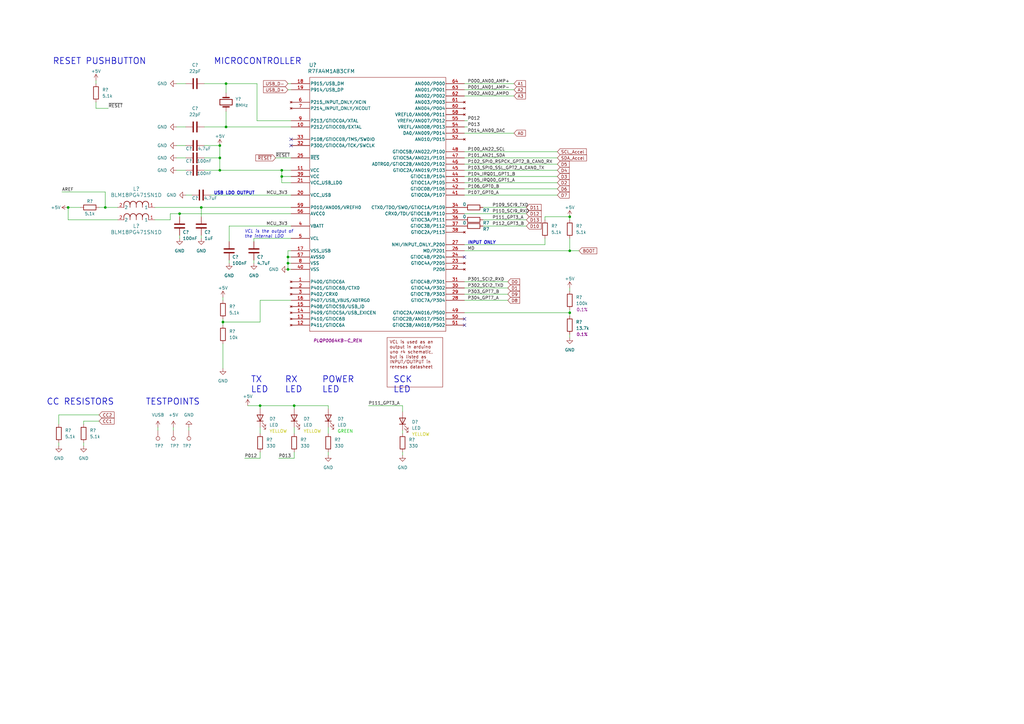
<source format=kicad_sch>
(kicad_sch (version 20230121) (generator eeschema)
  (paper "A3")
  (lib_symbols
    (symbol "BLM18PG471SN1D:BLM18PG471SN1D" (pin_names (offset 0.254))
      (property "Reference" "L" (at 6.985 5.08 0))
      (property "Value" "BLM18PG471SN1D" (at 6.985 -2.54 0))
      (symbol "BLM18PG471SN1D_1_1"
        (polyline (pts (xy 2.54 0) (xy 2.54 1.27)) (stroke (width 0.2032)))
        (polyline (pts (xy 5.08 0) (xy 5.08 1.27)) (stroke (width 0.2032)))
        (polyline (pts (xy 7.62 0) (xy 7.62 1.27)) (stroke (width 0.2032)))
        (polyline (pts (xy 10.16 0) (xy 10.16 1.27)) (stroke (width 0.2032)))
        (polyline (pts (xy 12.7 0) (xy 12.7 1.27)) (stroke (width 0.2032)))
        (arc (start 5.08 1.27) (mid 3.81 2.5345) (end 2.54 1.27) (stroke (width 0.254)))
        (arc (start 7.62 1.27) (mid 6.35 2.5345) (end 5.08 1.27) (stroke (width 0.254)))
        (arc (start 10.16 1.27) (mid 8.89 2.5345) (end 7.62 1.27) (stroke (width 0.254)))
        (arc (start 12.7 1.27) (mid 11.43 2.5345) (end 10.16 1.27) (stroke (width 0.254)))
        (pin unspecified line (at 15.24 0 180) (length 2.54) (name "1") (number "1"))
        (pin unspecified line (at 0 0 0) (length 2.54) (name "2") (number "2"))
      )
      (symbol "BLM18PG471SN1D_1_2"
        (arc (start -1.27 5.08) (mid -2.5345 3.81) (end -1.27 2.54) (stroke (width 0.254)))
        (arc (start -1.27 7.62) (mid -2.5345 6.35) (end -1.27 5.08) (stroke (width 0.254)))
        (arc (start -1.27 10.16) (mid -2.5345 8.89) (end -1.27 7.62) (stroke (width 0.254)))
        (arc (start -1.27 12.7) (mid -2.5345 11.43) (end -1.27 10.16) (stroke (width 0.254)))
        (polyline (pts (xy 0 2.54) (xy -1.27 2.54)) (stroke (width 0.2032)))
        (polyline (pts (xy 0 5.08) (xy -1.27 5.08)) (stroke (width 0.2032)))
        (polyline (pts (xy 0 7.62) (xy -1.27 7.62)) (stroke (width 0.2032)))
        (polyline (pts (xy 0 10.16) (xy -1.27 10.16)) (stroke (width 0.2032)))
        (polyline (pts (xy 0 12.7) (xy -1.27 12.7)) (stroke (width 0.2032)))
        (pin unspecified line (at 0 15.24 270) (length 2.54) (name "1") (number "1"))
        (pin unspecified line (at 0 0 90) (length 2.54) (name "2") (number "2"))
      )
    )
    (symbol "Connector:TestPoint" (pin_numbers hide) (pin_names (offset 0.762) hide)
      (property "Reference" "TP" (at 0 6.858 0))
      (property "Value" "TestPoint" (at 0 5.08 0))
      (symbol "TestPoint_0_1"
        (circle (center 0 3.302) (radius 0.762))
      )
      (symbol "TestPoint_1_1"
        (pin passive line (at 0 0 90) (length 2.54) (name "1") (number "1"))
      )
    )
    (symbol "Device:C" (pin_numbers hide) (pin_names (offset 0.254))
      (property "Reference" "C" (at 0.635 2.54 0))
      (property "Value" "C" (at 0.635 -2.54 0))
      (symbol "C_0_1"
        (polyline (pts (xy -2.032 -0.762) (xy 2.032 -0.762)) (stroke (width 0.508)))
        (polyline (pts (xy -2.032 0.762) (xy 2.032 0.762)) (stroke (width 0.508)))
      )
      (symbol "C_1_1"
        (pin passive line (at 0 3.81 270) (length 2.794) (name "~") (number "1"))
        (pin passive line (at 0 -3.81 90) (length 2.794) (name "~") (number "2"))
      )
    )
    (symbol "Device:Crystal" (pin_numbers hide) (pin_names (offset 1.016) hide)
      (property "Reference" "Y" (at 0 3.81 0))
      (property "Value" "Crystal" (at 0 -3.81 0))
      (symbol "Crystal_0_1"
        (rectangle (start -1.143 2.54) (end 1.143 -2.54) (stroke (width 0.3048)))
        (polyline (pts (xy -2.54 0) (xy -1.905 0)))
        (polyline (pts (xy -1.905 -1.27) (xy -1.905 1.27)) (stroke (width 0.508)))
        (polyline (pts (xy 1.905 -1.27) (xy 1.905 1.27)) (stroke (width 0.508)))
        (polyline (pts (xy 2.54 0) (xy 1.905 0)))
      )
      (symbol "Crystal_1_1"
        (pin passive line (at -3.81 0 0) (length 1.27) (name "1") (number "1"))
        (pin passive line (at 3.81 0 180) (length 1.27) (name "2") (number "2"))
      )
    )
    (symbol "Device:LED" (pin_numbers hide) (pin_names (offset 1.016) hide)
      (property "Reference" "D" (at 0 2.54 0))
      (property "Value" "LED" (at 0 -2.54 0))
      (symbol "LED_0_1"
        (polyline (pts (xy -1.27 -1.27) (xy -1.27 1.27)) (stroke (width 0.254)))
        (polyline (pts (xy -1.27 0) (xy 1.27 0)))
        (polyline (pts (xy 1.27 -1.27) (xy 1.27 1.27) (xy -1.27 0) (xy 1.27 -1.27)) (stroke (width 0.254)))
        (polyline (pts (xy -3.048 -0.762) (xy -4.572 -2.286) (xy -3.81 -2.286) (xy -4.572 -2.286) (xy -4.572 -1.524)))
        (polyline (pts (xy -1.778 -0.762) (xy -3.302 -2.286) (xy -2.54 -2.286) (xy -3.302 -2.286) (xy -3.302 -1.524)))
      )
      (symbol "LED_1_1"
        (pin passive line (at -3.81 0 0) (length 2.54) (name "K") (number "1"))
        (pin passive line (at 3.81 0 180) (length 2.54) (name "A") (number "2"))
      )
    )
    (symbol "Device:R" (pin_numbers hide) (pin_names (offset 0))
      (property "Reference" "R" (at 2.032 0 90))
      (property "Value" "R" (at 0 0 90))
      (symbol "R_0_1"
        (rectangle (start -1.016 -2.54) (end 1.016 2.54) (stroke (width 0.254)))
      )
      (symbol "R_1_1"
        (pin passive line (at 0 3.81 270) (length 1.27) (name "~") (number "1"))
        (pin passive line (at 0 -3.81 90) (length 1.27) (name "~") (number "2"))
      )
    )
    (symbol "R7FA4M1AB3CFM:R7FA4M1AB3CFM" (pin_names (offset 0.254))
      (property "Reference" "U?" (at -24.13 -19.05 0))
      (property "Value" "R7FA4M1AB3CFM" (at -16.51 -21.59 0))
      (symbol "R7FA4M1AB3CFM_0_0"
        (text_box "VCL is used as an output in arduino uno r4 schematic, but is listed as INPUT/OUTPUT in renesas datasheet" (at 5.08 -129.54 0) (size 22.86 -20.32) (effects (font (size 1.27 1.27)) (justify left top)))
      )
      (symbol "R7FA4M1AB3CFM_0_1"
        (pin power_in line (at -34.29 -60.96 0) (length 7.62) (name "VCC") (number "11"))
        (pin power_in line (at -34.29 -93.98 0) (length 7.62) (name "VSS_USB") (number "17"))
        (pin bidirectional line (at -34.29 -25.4 0) (length 7.62) (name "P915/USB_DM") (number "18"))
        (pin bidirectional line (at -34.29 -27.94 0) (length 7.62) (name "P914/USB_DP") (number "19"))
        (pin power_in line (at -34.29 -71.12 0) (length 7.62) (name "VCC_USB") (number "20"))
        (pin power_in line (at -34.29 -66.04 0) (length 7.62) (name "VCC_USB_LDO") (number "21"))
        (pin power_in line (at -34.29 -83.82 0) (length 7.62) (name "VBATT") (number "4"))
        (pin power_out line (at -34.29 -88.9 0) (length 7.62) (name "VCL") (number "5"))
        (pin power_in line (at -34.29 -99.06 0) (length 7.62) (name "VSS") (number "8"))
      )
      (symbol "R7FA4M1AB3CFM_1_1"
        (rectangle (start -26.67 -22.86) (end 29.21 -127))
        (pin no_connect line (at -34.29 -106.68 0) (length 7.62) (name "P400/GTIOC6A") (number "1"))
        (pin bidirectional line (at -34.29 -43.18 0) (length 7.62) (name "P212/GTIOC0B/EXTAL") (number "10"))
        (pin no_connect line (at -34.29 -124.46 0) (length 7.62) (name "P411/GTIOC6A") (number "12"))
        (pin no_connect line (at -34.29 -121.92 0) (length 7.62) (name "P410/GTIOC6B") (number "13"))
        (pin no_connect line (at -34.29 -119.38 0) (length 7.62) (name "P409/GTIOC5A/USB_EXICEN") (number "14"))
        (pin no_connect line (at -34.29 -116.84 0) (length 7.62) (name "P408/GTIOC5B/USB_ID") (number "15"))
        (pin bidirectional line (at -34.29 -114.3 0) (length 7.62) (name "P407/USB_VBUS/ADTRG0") (number "16"))
        (pin no_connect line (at -34.29 -109.22 0) (length 7.62) (name "P401/GTIOC6B/CTX0") (number "2"))
        (pin no_connect line (at 36.83 -101.6 180) (length 7.62) (name "P206") (number "22"))
        (pin no_connect line (at 36.83 -99.06 180) (length 7.62) (name "GTIOC4A/P205") (number "23"))
        (pin bidirectional line (at 36.83 -96.52 180) (length 7.62) (name "GTIOC4B/P204") (number "24"))
        (pin input line (at -34.29 -55.88 0) (length 7.62) (name "~{RES}") (number "25"))
        (pin bidirectional line (at 36.83 -93.98 180) (length 7.62) (name "MD/P201") (number "26"))
        (pin input line (at 36.83 -91.44 180) (length 7.62) (name "NMI/INPUT_ONLY_P200") (number "27"))
        (pin bidirectional line (at 36.83 -114.3 180) (length 7.62) (name "GTIOC7A/P304") (number "28"))
        (pin bidirectional line (at 36.83 -111.76 180) (length 7.62) (name "GTIOC7B/P303") (number "29"))
        (pin no_connect line (at -34.29 -111.76 0) (length 7.62) (name "P402/CRX0") (number "3"))
        (pin bidirectional line (at 36.83 -109.22 180) (length 7.62) (name "GTIOC4A/P302") (number "30"))
        (pin bidirectional line (at 36.83 -106.68 180) (length 7.62) (name "GTIOC4B/P301") (number "31"))
        (pin bidirectional line (at -34.29 -50.8 0) (length 7.62) (name "P300/GTIOC0A/TCK/SWCLK") (number "32"))
        (pin bidirectional line (at -34.29 -48.26 0) (length 7.62) (name "P108/GTIOC0B/TMS/SWDIO") (number "33"))
        (pin bidirectional line (at 36.83 -76.2 180) (length 7.62) (name "CTX0/TDO/SWO/GTIOC1A/P109") (number "34"))
        (pin bidirectional line (at 36.83 -78.74 180) (length 7.62) (name "CRX0/TDI/GTIOC1B/P110") (number "35"))
        (pin bidirectional line (at 36.83 -81.28 180) (length 7.62) (name "GTIOC3A/P111") (number "36"))
        (pin bidirectional line (at 36.83 -83.82 180) (length 7.62) (name "GTIOC3B/P112") (number "37"))
        (pin no_connect line (at 36.83 -86.36 180) (length 7.62) (name "GTIOC2A/P113") (number "38"))
        (pin power_in line (at -34.29 -63.5 0) (length 7.62) (name "VCC") (number "39"))
        (pin power_in line (at -34.29 -101.6 0) (length 7.62) (name "VSS") (number "40"))
        (pin bidirectional line (at 36.83 -71.12 180) (length 7.62) (name "GTIOC0A/P107") (number "41"))
        (pin bidirectional line (at 36.83 -68.58 180) (length 7.62) (name "GTIOC0B/P106") (number "42"))
        (pin bidirectional line (at 36.83 -66.04 180) (length 7.62) (name "GTIOC1A/P105") (number "43"))
        (pin bidirectional line (at 36.83 -63.5 180) (length 7.62) (name "GTIOC1B/P104") (number "44"))
        (pin bidirectional line (at 36.83 -60.96 180) (length 7.62) (name "GTIOC2A/AN019/P103") (number "45"))
        (pin bidirectional line (at 36.83 -58.42 180) (length 7.62) (name "ADTRG0/GTIOC2B/AN020/P102") (number "46"))
        (pin bidirectional line (at 36.83 -55.88 180) (length 7.62) (name "GTIOC5A/AN021/P101") (number "47"))
        (pin bidirectional line (at 36.83 -53.34 180) (length 7.62) (name "GTIOC5B/AN022/P100") (number "48"))
        (pin bidirectional line (at 36.83 -119.38 180) (length 7.62) (name "GTIOC2A/AN016/P500") (number "49"))
        (pin bidirectional line (at 36.83 -121.92 180) (length 7.62) (name "GTIOC2B/AN017/P501") (number "50"))
        (pin bidirectional line (at 36.83 -124.46 180) (length 7.62) (name "GTIOC3B/AN018/P502") (number "51"))
        (pin no_connect line (at 36.83 -48.26 180) (length 7.62) (name "AN010/P015") (number "52"))
        (pin bidirectional line (at 36.83 -45.72 180) (length 7.62) (name "DA0/AN009/P014") (number "53"))
        (pin bidirectional line (at 36.83 -43.18 180) (length 7.62) (name "VREFL/AN008/P013") (number "54"))
        (pin bidirectional line (at 36.83 -40.64 180) (length 7.62) (name "VREFH/AN007/P012") (number "55"))
        (pin power_in line (at -34.29 -78.74 0) (length 7.62) (name "AVCC0") (number "56"))
        (pin power_in line (at -34.29 -96.52 0) (length 7.62) (name "AVSS0") (number "57"))
        (pin no_connect line (at 36.83 -38.1 180) (length 7.62) (name "VREFL0/AN006/P011") (number "58"))
        (pin bidirectional line (at -34.29 -76.2 0) (length 7.62) (name "P010/AN005/VREFH0") (number "59"))
        (pin no_connect line (at -34.29 -33.02 0) (length 7.62) (name "P215_INPUT_ONLY/XCIN") (number "6"))
        (pin no_connect line (at 36.83 -35.56 180) (length 7.62) (name "AN004/P004") (number "60"))
        (pin no_connect line (at 36.83 -33.02 180) (length 7.62) (name "AN003/P003") (number "61"))
        (pin bidirectional line (at 36.83 -30.48 180) (length 7.62) (name "AN002/P002") (number "62"))
        (pin bidirectional line (at 36.83 -27.94 180) (length 7.62) (name "AN001/P001") (number "63"))
        (pin bidirectional line (at 36.83 -25.4 180) (length 7.62) (name "AN000/P000") (number "64"))
        (pin no_connect line (at -34.29 -35.56 0) (length 7.62) (name "P214_INPUT_ONLY/XCOUT") (number "7"))
        (pin bidirectional line (at -34.29 -40.64 0) (length 7.62) (name "P213/GTIOC0A/XTAL") (number "9"))
      )
    )
    (symbol "VUSB:VUSB" (power) (in_bom no) (on_board no)
      (property "Value" "VUSB" (at 6.35 -1.27 0))
      (symbol "VUSB_0_1"
        (polyline (pts (xy 5.588 -5.08) (xy 6.35 -3.81)))
        (polyline (pts (xy 6.35 -6.35) (xy 6.35 -3.81)))
        (polyline (pts (xy 6.35 -3.81) (xy 7.112 -5.08)))
      )
      (symbol "VUSB_1_1"
        (pin power_in line (at 6.35 -6.35 90) (length 0) hide (name "VUSB") (number "1"))
      )
    )
    (symbol "power:+5V" (power) (pin_names (offset 0))
      (property "Value" "+5V" (at 0 3.556 0))
      (symbol "+5V_0_1"
        (polyline (pts (xy -0.762 1.27) (xy 0 2.54)))
        (polyline (pts (xy 0 0) (xy 0 2.54)))
        (polyline (pts (xy 0 2.54) (xy 0.762 1.27)))
      )
      (symbol "+5V_1_1"
        (pin power_in line (at 0 0 90) (length 0) hide (name "+5V") (number "1"))
      )
    )
    (symbol "power:GND" (power) (pin_names (offset 0))
      (property "Value" "GND" (at 0 -3.81 0))
      (symbol "GND_0_1"
        (polyline (pts (xy 0 0) (xy 0 -1.27) (xy 1.27 -1.27) (xy 0 -2.54) (xy -1.27 -1.27) (xy 0 -1.27)))
      )
      (symbol "GND_1_1"
        (pin power_in line (at 0 0 270) (length 0) hide (name "GND") (number "1"))
      )
    )
  )
  (junction (at 115.57 72.39))
  (junction (at 82.55 85.09))
  (junction (at 73.66 87.63))
  (junction (at 90.17 64.77))
  (junction (at 233.68 102.87))
  (junction (at 27.94 85.09))
  (junction (at 118.11 110.49))
  (junction (at 90.17 59.69))
  (junction (at 118.11 107.95))
  (junction (at 92.71 52.07))
  (junction (at 120.65 166.37))
  (junction (at 90.17 69.85))
  (junction (at 233.68 88.9))
  (junction (at 106.68 166.37))
  (junction (at 118.11 105.41))
  (junction (at 91.44 132.08))
  (junction (at 43.18 85.09))
  (junction (at 115.57 69.85))
  (junction (at 92.71 34.29))
  (junction (at 233.68 128.27))
  (no_connect (at 190.5 105.41))
  (no_connect (at 190.5 133.35))
  (no_connect (at 119.38 59.69))
  (no_connect (at 190.5 130.81))
  (no_connect (at 119.38 57.15))
  (wire (pts (xy 190.5 54.61) (xy 210.82 54.61)))
  (wire (pts (xy 190.5 49.53) (xy 191.77 49.53)))
  (wire (pts (xy 106.68 175.26) (xy 106.68 177.8)))
  (wire (pts (xy 106.68 185.42) (xy 106.68 187.96)))
  (wire (pts (xy 190.5 77.47) (xy 228.6 77.47)))
  (wire (pts (xy 118.11 107.95) (xy 119.38 107.95)))
  (wire (pts (xy 118.11 34.29) (xy 119.38 34.29)))
  (wire (pts (xy 91.44 133.35) (xy 91.44 132.08)))
  (wire (pts (xy 71.12 175.26) (xy 71.12 176.53)))
  (wire (pts (xy 190.5 120.65) (xy 208.28 120.65)))
  (wire (pts (xy 92.71 38.1) (xy 92.71 34.29)))
  (wire (pts (xy 119.38 87.63) (xy 73.66 87.63)))
  (wire (pts (xy 190.5 36.83) (xy 210.82 36.83)))
  (wire (pts (xy 93.98 92.71) (xy 93.98 99.06)))
  (wire (pts (xy 27.94 85.09) (xy 33.02 85.09)))
  (wire (pts (xy 39.37 41.91) (xy 39.37 44.45)))
  (wire (pts (xy 73.66 87.63) (xy 69.85 87.63)))
  (wire (pts (xy 118.11 36.83) (xy 119.38 36.83)))
  (wire (pts (xy 190.5 69.85) (xy 228.6 69.85)))
  (wire (pts (xy 190.5 100.33) (xy 223.52 100.33)))
  (wire (pts (xy 190.5 115.57) (xy 208.28 115.57)))
  (wire (pts (xy 82.55 85.09) (xy 119.38 85.09)))
  (wire (pts (xy 233.68 137.16) (xy 233.68 138.43)))
  (wire (pts (xy 106.68 166.37) (xy 120.65 166.37)))
  (wire (pts (xy 82.55 88.9) (xy 82.55 85.09)))
  (wire (pts (xy 40.64 85.09) (xy 43.18 85.09)))
  (wire (pts (xy 90.17 69.85) (xy 115.57 69.85)))
  (wire (pts (xy 76.2 80.01) (xy 78.74 80.01)))
  (wire (pts (xy 190.5 118.11) (xy 208.28 118.11)))
  (wire (pts (xy 34.29 181.61) (xy 34.29 182.88)))
  (wire (pts (xy 118.11 105.41) (xy 119.38 105.41)))
  (wire (pts (xy 115.57 69.85) (xy 115.57 72.39)))
  (wire (pts (xy 24.13 173.99) (xy 24.13 170.18)))
  (wire (pts (xy 118.11 110.49) (xy 119.38 110.49)))
  (wire (pts (xy 120.65 166.37) (xy 134.62 166.37)))
  (wire (pts (xy 119.38 69.85) (xy 115.57 69.85)))
  (wire (pts (xy 190.5 52.07) (xy 191.77 52.07)))
  (wire (pts (xy 198.12 92.71) (xy 215.9 92.71)))
  (wire (pts (xy 115.57 74.93) (xy 119.38 74.93)))
  (wire (pts (xy 43.18 85.09) (xy 43.18 78.74)))
  (wire (pts (xy 72.39 52.07) (xy 76.2 52.07)))
  (wire (pts (xy 190.5 34.29) (xy 210.82 34.29)))
  (wire (pts (xy 233.68 88.9) (xy 233.68 90.17)))
  (wire (pts (xy 233.68 128.27) (xy 233.68 129.54)))
  (wire (pts (xy 104.14 99.06) (xy 104.14 97.79)))
  (wire (pts (xy 24.13 181.61) (xy 24.13 182.88)))
  (wire (pts (xy 90.17 64.77) (xy 90.17 69.85)))
  (wire (pts (xy 119.38 102.87) (xy 118.11 102.87)))
  (wire (pts (xy 198.12 85.09) (xy 215.9 85.09)))
  (wire (pts (xy 115.57 72.39) (xy 115.57 74.93)))
  (wire (pts (xy 233.68 118.11) (xy 233.68 119.38)))
  (wire (pts (xy 100.33 187.96) (xy 106.68 187.96)))
  (wire (pts (xy 190.5 74.93) (xy 228.6 74.93)))
  (wire (pts (xy 118.11 105.41) (xy 118.11 107.95)))
  (wire (pts (xy 83.82 69.85) (xy 90.17 69.85)))
  (wire (pts (xy 73.66 88.9) (xy 73.66 87.63)))
  (wire (pts (xy 39.37 44.45) (xy 44.45 44.45)))
  (wire (pts (xy 233.68 102.87) (xy 237.49 102.87)))
  (wire (pts (xy 190.5 128.27) (xy 233.68 128.27)))
  (wire (pts (xy 64.77 175.26) (xy 64.77 176.53)))
  (wire (pts (xy 104.14 106.68) (xy 104.14 107.95)))
  (wire (pts (xy 69.85 87.63) (xy 69.85 90.17)))
  (wire (pts (xy 223.52 90.17) (xy 223.52 88.9)))
  (wire (pts (xy 86.36 80.01) (xy 119.38 80.01)))
  (wire (pts (xy 92.71 52.07) (xy 119.38 52.07)))
  (wire (pts (xy 91.44 132.08) (xy 106.68 132.08)))
  (wire (pts (xy 165.1 176.53) (xy 165.1 177.8)))
  (wire (pts (xy 83.82 59.69) (xy 90.17 59.69)))
  (wire (pts (xy 190.5 62.23) (xy 228.6 62.23)))
  (wire (pts (xy 106.68 167.64) (xy 106.68 166.37)))
  (wire (pts (xy 190.5 102.87) (xy 233.68 102.87)))
  (wire (pts (xy 83.82 64.77) (xy 90.17 64.77)))
  (wire (pts (xy 63.5 85.09) (xy 82.55 85.09)))
  (wire (pts (xy 25.4 78.74) (xy 43.18 78.74)))
  (wire (pts (xy 83.82 34.29) (xy 92.71 34.29)))
  (wire (pts (xy 118.11 102.87) (xy 118.11 105.41)))
  (wire (pts (xy 93.98 106.68) (xy 93.98 107.95)))
  (wire (pts (xy 165.1 185.42) (xy 165.1 186.69)))
  (wire (pts (xy 233.68 102.87) (xy 233.68 97.79)))
  (wire (pts (xy 106.68 132.08) (xy 106.68 123.19)))
  (wire (pts (xy 82.55 96.52) (xy 82.55 97.79)))
  (wire (pts (xy 104.14 97.79) (xy 119.38 97.79)))
  (wire (pts (xy 77.47 175.26) (xy 77.47 176.53)))
  (wire (pts (xy 223.52 100.33) (xy 223.52 97.79)))
  (wire (pts (xy 48.26 90.17) (xy 27.94 90.17)))
  (wire (pts (xy 91.44 121.92) (xy 91.44 123.19)))
  (wire (pts (xy 233.68 127) (xy 233.68 128.27)))
  (wire (pts (xy 118.11 107.95) (xy 118.11 110.49)))
  (wire (pts (xy 91.44 140.97) (xy 91.44 151.13)))
  (wire (pts (xy 198.12 90.17) (xy 215.9 90.17)))
  (wire (pts (xy 119.38 49.53) (xy 105.41 49.53)))
  (wire (pts (xy 101.6 166.37) (xy 106.68 166.37)))
  (wire (pts (xy 190.5 72.39) (xy 228.6 72.39)))
  (wire (pts (xy 165.1 168.91) (xy 165.1 166.37)))
  (wire (pts (xy 73.66 96.52) (xy 73.66 97.79)))
  (wire (pts (xy 190.5 87.63) (xy 215.9 87.63)))
  (wire (pts (xy 43.18 85.09) (xy 48.26 85.09)))
  (wire (pts (xy 91.44 130.81) (xy 91.44 132.08)))
  (wire (pts (xy 114.3 187.96) (xy 120.65 187.96)))
  (wire (pts (xy 190.5 80.01) (xy 228.6 80.01)))
  (wire (pts (xy 34.29 173.99) (xy 34.29 172.72)))
  (wire (pts (xy 105.41 49.53) (xy 105.41 34.29)))
  (wire (pts (xy 190.5 39.37) (xy 210.82 39.37)))
  (wire (pts (xy 120.65 185.42) (xy 120.65 187.96)))
  (wire (pts (xy 190.5 64.77) (xy 228.6 64.77)))
  (wire (pts (xy 120.65 175.26) (xy 120.65 177.8)))
  (wire (pts (xy 115.57 72.39) (xy 119.38 72.39)))
  (wire (pts (xy 90.17 59.69) (xy 90.17 64.77)))
  (wire (pts (xy 92.71 34.29) (xy 105.41 34.29)))
  (wire (pts (xy 34.29 172.72) (xy 40.64 172.72)))
  (wire (pts (xy 190.5 123.19) (xy 208.28 123.19)))
  (wire (pts (xy 134.62 185.42) (xy 134.62 186.69)))
  (wire (pts (xy 134.62 166.37) (xy 134.62 167.64)))
  (wire (pts (xy 223.52 88.9) (xy 233.68 88.9)))
  (wire (pts (xy 83.82 52.07) (xy 92.71 52.07)))
  (wire (pts (xy 190.5 67.31) (xy 228.6 67.31)))
  (wire (pts (xy 27.94 90.17) (xy 27.94 85.09)))
  (wire (pts (xy 120.65 166.37) (xy 120.65 167.64)))
  (wire (pts (xy 69.85 90.17) (xy 63.5 90.17)))
  (wire (pts (xy 113.03 64.77) (xy 119.38 64.77)))
  (wire (pts (xy 134.62 175.26) (xy 134.62 177.8)))
  (wire (pts (xy 151.13 166.37) (xy 165.1 166.37)))
  (wire (pts (xy 93.98 92.71) (xy 119.38 92.71)))
  (wire (pts (xy 72.39 64.77) (xy 76.2 64.77)))
  (wire (pts (xy 24.13 170.18) (xy 40.64 170.18)))
  (wire (pts (xy 106.68 123.19) (xy 119.38 123.19)))
  (wire (pts (xy 72.39 34.29) (xy 76.2 34.29)))
  (wire (pts (xy 92.71 45.72) (xy 92.71 52.07)))
  (wire (pts (xy 72.39 59.69) (xy 76.2 59.69)))
  (wire (pts (xy 39.37 33.02) (xy 39.37 34.29)))
  (wire (pts (xy 72.39 69.85) (xy 76.2 69.85)))
  (text "YELLOW" (at 168.91 179.07 0) (effects (font (size 1.27 1.27)) (justify left bottom)))
  (text "TX\nLED" (at 102.87 161.29 0) (effects (font (size 2.54 2.54) (thickness 0.254) bold) (justify left bottom)))
  (text "VCL is the output of \nthe internal LDO" (at 100.33 97.79 0) (effects (font (size 1.27 1.27) italic) (justify left bottom)))
  (text "YELLOW" (at 110.49 177.8 0) (effects (font (size 1.27 1.27)) (justify left bottom)))
  (text "GREEN" (at 138.43 177.8 0) (effects (font (size 1.27 1.27)) (justify left bottom)))
  (text "RESET PUSHBUTTON" (at 21.59 26.67 0) (effects (font (size 2.54 2.54) (thickness 0.254) bold) (justify left bottom)))
  (text "POWER\nLED" (at 132.08 161.29 0) (effects (font (size 2.54 2.54) (thickness 0.254) bold) (justify left bottom)))
  (text "YELLOW" (at 124.46 177.8 0) (effects (font (size 1.27 1.27)) (justify left bottom)))
  (text "SCK\nLED" (at 161.29 161.29 0) (effects (font (size 2.54 2.54) (thickness 0.254) bold) (justify left bottom)))
  (text "USB LDO OUTPUT\n" (at 87.63 80.01 0) (effects (font (size 1.27 1.27) (thickness 0.254) bold) (justify left bottom)))
  (text "RX\nLED" (at 116.84 161.29 0) (effects (font (size 2.54 2.54) (thickness 0.254) bold) (justify left bottom)))
  (text "TESTPOINTS" (at 59.69 166.37 0) (effects (font (size 2.54 2.54) (thickness 0.254) bold) (justify left bottom)))
  (text "MICROCONTROLLER" (at 87.63 26.67 0) (effects (font (size 2.54 2.54) (thickness 0.254) bold) (justify left bottom)))
  (text "INPUT ONLY" (at 191.77 100.33 0) (effects (font (size 1.27 1.27) (thickness 0.254) bold italic) (justify left bottom)))
  (text "CC RESISTORS" (at 19.05 166.37 0) (effects (font (size 2.54 2.54) (thickness 0.254) bold) (justify left bottom)))
  (label "P012" (at 100.33 187.96 0))
  (label "P012" (at 191.77 49.53 0))
  (label "P000_AN00_AMP+" (at 191.77 34.29 0))
  (label "P109_SCI9_TXD" (at 201.93 85.09 0))
  (label "P304_GPT7_A" (at 191.77 123.19 0))
  (label "P301_SCI2_RXD" (at 191.77 115.57 0))
  (label "P111_GPT3_A" (at 201.93 90.17 0))
  (label "~{RESET}" (at 113.03 64.77 0))
  (label "P302_SCI2_TXD" (at 191.77 118.11 0))
  (label "P013" (at 114.3 187.96 0))
  (label "P100_AN22_SCL" (at 191.77 62.23 0))
  (label "MCU_3V3" (at 109.22 92.71 0))
  (label "~{RESET}" (at 44.45 44.45 0))
  (label "P105_IRQ00_GPT1_A" (at 191.77 74.93 0))
  (label "AREF" (at 25.4 78.74 0))
  (label "P104_IRQ01_GPT1_B" (at 191.77 72.39 0))
  (label "P103_SPI0_SSL_GPT2_A_CAN0_TX" (at 191.77 69.85 0))
  (label "P112_GPT3_B" (at 201.93 92.71 0))
  (label "MD" (at 191.77 102.87 0))
  (label "P101_AN21_SDA" (at 191.77 64.77 0))
  (label "P303_GPT7_B" (at 191.77 120.65 0))
  (label "P111_GPT3_A" (at 151.13 166.37 0))
  (label "P106_GPT0_B" (at 191.77 77.47 0))
  (label "P110_SCI9_RXD" (at 201.93 87.63 0))
  (label "P013" (at 191.77 52.07 0))
  (label "P102_SPI0_RSPCK_GPT2_B_CAN0_RX" (at 191.77 67.31 0))
  (label "P107_GPT0_A" (at 191.77 80.01 0))
  (label "P001_AN01_AMP-" (at 191.77 36.83 0))
  (label "MCU_3V3" (at 109.22 80.01 0))
  (label "P014_AN09_DAC" (at 191.77 54.61 0))
  (label "P002_AN02_AMPO" (at 191.77 39.37 0))
  (global_label "CC1" (shape input) (at 40.64 172.72 0) (property "Intersheetrefs" "${INTERSHEET_REFS}" (effects hide)))
  (global_label "USB_D+" (shape input) (at 118.11 36.83 180) (property "Intersheetrefs" "${INTERSHEET_REFS}" (effects hide)))
  (global_label "D9" (shape input) (at 208.28 120.65 0) (property "Intersheetrefs" "${INTERSHEET_REFS}" (effects hide)))
  (global_label "BOOT" (shape input) (at 237.49 102.87 0) (property "Intersheetrefs" "${INTERSHEET_REFS}" (effects hide)))
  (global_label "SDA_Accel" (shape input) (at 228.6 64.77 0) (property "Intersheetrefs" "${INTERSHEET_REFS}" (effects hide)))
  (global_label "A2" (shape input) (at 210.82 36.83 0) (property "Intersheetrefs" "${INTERSHEET_REFS}" (effects hide)))
  (global_label "D7" (shape input) (at 228.6 80.01 0) (property "Intersheetrefs" "${INTERSHEET_REFS}" (effects hide)))
  (global_label "~{RESET}" (shape input) (at 113.03 64.77 180) (property "Intersheetrefs" "${INTERSHEET_REFS}" (effects hide)))
  (global_label "D11" (shape input) (at 215.9 85.09 0) (property "Intersheetrefs" "${INTERSHEET_REFS}" (effects hide)))
  (global_label "D2" (shape input) (at 228.6 74.93 0) (property "Intersheetrefs" "${INTERSHEET_REFS}" (effects hide)))
  (global_label "SCL_Accel" (shape input) (at 228.6 62.23 0) (property "Intersheetrefs" "${INTERSHEET_REFS}" (effects hide)))
  (global_label "D13" (shape input) (at 215.9 90.17 0) (property "Intersheetrefs" "${INTERSHEET_REFS}" (effects hide)))
  (global_label "CC2" (shape input) (at 40.64 170.18 0) (property "Intersheetrefs" "${INTERSHEET_REFS}" (effects hide)))
  (global_label "D3" (shape input) (at 228.6 72.39 0) (property "Intersheetrefs" "${INTERSHEET_REFS}" (effects hide)))
  (global_label "D1" (shape input) (at 208.28 118.11 0) (property "Intersheetrefs" "${INTERSHEET_REFS}" (effects hide)))
  (global_label "D10" (shape input) (at 215.9 92.71 0) (property "Intersheetrefs" "${INTERSHEET_REFS}" (effects hide)))
  (global_label "D5" (shape input) (at 228.6 67.31 0) (property "Intersheetrefs" "${INTERSHEET_REFS}" (effects hide)))
  (global_label "D4" (shape input) (at 228.6 69.85 0) (property "Intersheetrefs" "${INTERSHEET_REFS}" (effects hide)))
  (global_label "D6" (shape input) (at 228.6 77.47 0) (property "Intersheetrefs" "${INTERSHEET_REFS}" (effects hide)))
  (global_label "A3" (shape input) (at 210.82 39.37 0) (property "Intersheetrefs" "${INTERSHEET_REFS}" (effects hide)))
  (global_label "A0" (shape input) (at 210.82 54.61 0) (property "Intersheetrefs" "${INTERSHEET_REFS}" (effects hide)))
  (global_label "D8" (shape input) (at 208.28 123.19 0) (property "Intersheetrefs" "${INTERSHEET_REFS}" (effects hide)))
  (global_label "D12" (shape input) (at 215.9 87.63 0) (property "Intersheetrefs" "${INTERSHEET_REFS}" (effects hide)))
  (global_label "A1" (shape input) (at 210.82 34.29 0) (property "Intersheetrefs" "${INTERSHEET_REFS}" (effects hide)))
  (global_label "D0" (shape input) (at 208.28 115.57 0) (property "Intersheetrefs" "${INTERSHEET_REFS}" (effects hide)))
  (global_label "USB_D-" (shape input) (at 118.11 34.29 180) (property "Intersheetrefs" "${INTERSHEET_REFS}" (effects hide)))
  (symbol (lib_id "power:GND") (at 233.68 138.43 0) (unit 1)
    (property "Reference" "#PWR?" (effects hide))
    (property "Value" "GND" (at 233.68 143.51 0))
    (instances (project "central_hub" (path "" (reference "#PWR?") (unit 1)) (path "" (reference "#PWR?") (unit 1))) (project "motor_board_pcb" (path "" (reference "#PWR030") (unit 1))))
  )
  (symbol (lib_id "power:GND") (at 91.44 151.13 0) (unit 1)
    (property "Reference" "#PWR?" (effects hide))
    (property "Value" "GND" (at 91.44 156.21 0))
    (instances (project "central_hub" (path "" (reference "#PWR?") (unit 1)) (path "" (reference "#PWR?") (unit 1))) (project "motor_board_pcb" (path "" (reference "#PWR021") (unit 1))))
  )
  (symbol (lib_id "power:GND") (at 34.29 182.88 0) (unit 1)
    (property "Reference" "#PWR?" (effects hide))
    (property "Value" "GND" (at 34.29 187.96 0))
    (instances (project "central_hub" (path "" (reference "#PWR?") (unit 1)) (path "" (reference "#PWR?") (unit 1))) (project "motor_board_pcb" (path "" (reference "#PWR04") (unit 1))))
  )
  (symbol (lib_id "Device:R") (at 106.68 181.61 0) (unit 1)
    (property "Reference" "R?" (at 109.22 180.34 0) (effects (justify left)))
    (property "Value" "330" (at 109.22 182.88 0) (effects (justify left)))
    (property "Footprint" "Resistor_SMD:R_0603_1608Metric" (effects hide))
    (instances (project "central_hub" (path "" (reference "R?") (unit 1)) (path "" (reference "R?") (unit 1))) (project "motor_board_pcb" (path "" (reference "R8") (unit 1))))
  )
  (symbol (lib_id "Device:C") (at 93.98 102.87 180) (unit 1)
    (property "Reference" "C?" (at 95.25 105.41 0) (effects (justify right)))
    (property "Value" "100nF" (at 95.25 107.95 0) (effects (justify right)))
    (property "Footprint" "Capacitor_SMD:C_0603_1608Metric" (effects hide))
    (instances (project "central_hub" (path "" (reference "C?") (unit 1)) (path "" (reference "C?") (unit 1))) (project "motor_board_pcb" (path "" (reference "C9") (unit 1))))
  )
  (symbol (lib_id "Device:C") (at 80.01 64.77 90) (unit 1)
    (property "Reference" "C?" (at 77.47 66.04 90))
    (property "Value" "100nF" (at 83.82 66.04 90))
    (property "Footprint" "Capacitor_SMD:C_0603_1608Metric" (effects hide))
    (instances (project "central_hub" (path "" (reference "C?") (unit 1)) (path "" (reference "C?") (unit 1))) (project "motor_board_pcb" (path "" (reference "C5") (unit 1))))
  )
  (symbol (lib_id "power:GND") (at 72.39 52.07 270) (unit 1)
    (property "Reference" "#PWR?" (effects hide))
    (property "Value" "GND" (at 68.58 52.07 90) (effects (justify right)))
    (instances (project "central_hub" (path "" (reference "#PWR?") (unit 1)) (path "" (reference "#PWR?") (unit 1))) (project "motor_board_pcb" (path "" (reference "#PWR010") (unit 1))))
  )
  (symbol (lib_id "power:+5V") (at 27.94 85.09 90) (unit 1)
    (property "Reference" "#PWR?" (effects hide))
    (property "Value" "+5V" (at 22.86 85.09 90))
    (instances (project "central_hub" (path "" (reference "#PWR?") (unit 1)) (path "" (reference "#PWR?") (unit 1))) (project "motor_board_pcb" (path "" (reference "#PWR03") (unit 1))))
  )
  (symbol (lib_id "Device:C") (at 80.01 34.29 90) (unit 1)
    (property "Reference" "C?" (at 80.01 26.67 90))
    (property "Value" "22pF" (at 80.01 29.21 90))
    (property "Footprint" "Capacitor_SMD:C_0603_1608Metric" (effects hide))
    (instances (project "central_hub" (path "" (reference "C?") (unit 1)) (path "" (reference "C?") (unit 1))) (project "motor_board_pcb" (path "" (reference "C2") (unit 1))))
  )
  (symbol (lib_id "Device:C") (at 82.55 92.71 180) (unit 1)
    (property "Reference" "C?" (at 83.82 95.25 0) (effects (justify right)))
    (property "Value" "1uF" (at 83.82 97.79 0) (effects (justify right)))
    (property "Footprint" "Capacitor_SMD:C_0603_1608Metric" (effects hide))
    (instances (project "central_hub" (path "" (reference "C?") (unit 1)) (path "" (reference "C?") (unit 1))) (project "motor_board_pcb" (path "" (reference "C8") (unit 1))))
  )
  (symbol (lib_id "Device:LED") (at 120.65 171.45 90) (unit 1)
    (property "Reference" "D?" (at 124.46 171.7675 90) (effects (justify right)))
    (property "Value" "LED" (at 124.46 174.3075 90) (effects (justify right)))
    (property "Footprint" "Diode_SMD:D_0603_1608Metric" (effects hide))
    (instances (project "central_hub" (path "" (reference "D?") (unit 1)) (path "" (reference "D?") (unit 1))) (project "motor_board_pcb" (path "" (reference "D2") (unit 1))))
  )
  (symbol (lib_id "Device:R") (at 91.44 137.16 0) (unit 1)
    (property "Reference" "R?" (at 93.98 135.89 0) (effects (justify left)))
    (property "Value" "10k" (at 93.98 138.43 0) (effects (justify left)))
    (property "Footprint" "Resistor_SMD:R_0603_1608Metric" (effects hide))
    (instances (project "central_hub" (path "" (reference "R?") (unit 1)) (path "" (reference "R?") (unit 1))) (project "motor_board_pcb" (path "" (reference "R6") (unit 1))))
  )
  (symbol (lib_id "Device:R") (at 24.13 177.8 0) (unit 1)
    (property "Reference" "R?" (at 26.67 176.53 0) (effects (justify left)))
    (property "Value" "5.1k" (at 26.67 179.07 0) (effects (justify left)))
    (property "Footprint" "Resistor_SMD:R_0603_1608Metric" (effects hide))
    (instances (project "central_hub" (path "" (reference "R?") (unit 1)) (path "" (reference "R?") (unit 1))) (project "motor_board_pcb" (path "" (reference "R1") (unit 1))))
  )
  (symbol (lib_id "Device:R") (at 120.65 181.61 0) (unit 1)
    (property "Reference" "R?" (at 123.19 180.34 0) (effects (justify left)))
    (property "Value" "330" (at 123.19 182.88 0) (effects (justify left)))
    (property "Footprint" "Resistor_SMD:R_0603_1608Metric" (effects hide))
    (instances (project "central_hub" (path "" (reference "R?") (unit 1)) (path "" (reference "R?") (unit 1))) (project "motor_board_pcb" (path "" (reference "R9") (unit 1))))
  )
  (symbol (lib_id "power:+5V") (at 90.17 59.69 0) (unit 1)
    (property "Reference" "#PWR?" (effects hide))
    (property "Value" "+5V" (at 90.17 55.88 0))
    (instances (project "central_hub" (path "" (reference "#PWR?") (unit 1)) (path "" (reference "#PWR?") (unit 1))) (project "motor_board_pcb" (path "" (reference "#PWR019") (unit 1))))
  )
  (symbol (lib_id "Device:R") (at 194.31 85.09 270) (unit 1)
    (property "Reference" "R7" (at 199.39 86.36 90))
    (property "Value" "0" (at 190.5 83.82 90))
    (property "Footprint" "Resistor_SMD:R_0402_1005Metric" (effects hide))
    (instances (project "central_hub" (path "" (reference "R7") (unit 1)) (path "" (reference "R35") (unit 1))) (project "motor_board_pcb" (path "" (reference "R?") (unit 1)) (path "" (reference "R16") (unit 1)) (path "" (reference "R7") (unit 1))))
  )
  (symbol (lib_id "Connector:TestPoint") (at 77.47 176.53 180) (unit 1)
    (property "Reference" "TP?" (at 74.93 182.88 0) (effects (justify right)))
    (property "Value" "TestPoint" (effects hide))
    (property "Footprint" "TestPoint:TestPoint_Pad_D1.0mm" (effects hide))
    (instances (project "central_hub" (path "" (reference "TP?") (unit 1)) (path "" (reference "TP?") (unit 1))) (project "motor_board_pcb" (path "" (reference "TP5") (unit 1))))
  )
  (symbol (lib_id "Device:LED") (at 165.1 172.72 90) (unit 1)
    (property "Reference" "D?" (at 168.91 173.0375 90) (effects (justify right)))
    (property "Value" "LED" (at 168.91 175.5775 90) (effects (justify right)))
    (property "Footprint" "Diode_SMD:D_0603_1608Metric" (effects hide))
    (instances (project "central_hub" (path "" (reference "D?") (unit 1)) (path "" (reference "D?") (unit 1))) (project "motor_board_pcb" (path "" (reference "D4") (unit 1))))
  )
  (symbol (lib_id "power:GND") (at 77.47 175.26 180) (unit 1)
    (property "Reference" "#PWR?" (effects hide))
    (property "Value" "GND" (at 77.47 170.18 0))
    (instances (project "central_hub" (path "" (reference "#PWR?") (unit 1)) (path "" (reference "#PWR?") (unit 1))) (project "motor_board_pcb" (path "" (reference "#PWR018") (unit 1))))
  )
  (symbol (lib_id "power:+5V") (at 39.37 33.02 0) (unit 1)
    (property "Reference" "#PWR?" (effects hide))
    (property "Value" "+5V" (at 39.37 29.21 0))
    (instances (project "central_hub" (path "" (reference "#PWR?") (unit 1)) (path "" (reference "#PWR?") (unit 1))) (project "motor_board_pcb" (path "" (reference "#PWR05") (unit 1))))
  )
  (symbol (lib_id "Device:C") (at 80.01 59.69 90) (unit 1)
    (property "Reference" "C?" (at 77.47 60.96 90))
    (property "Value" "4.7uF" (at 83.82 60.96 90))
    (property "Footprint" "Capacitor_SMD:C_0603_1608Metric" (effects hide))
    (instances (project "central_hub" (path "" (reference "C?") (unit 1)) (path "" (reference "C?") (unit 1))) (project "motor_board_pcb" (path "" (reference "C4") (unit 1))))
  )
  (symbol (lib_id "Device:R") (at 233.68 93.98 0) (unit 1)
    (property "Reference" "R?" (at 236.22 92.71 0) (effects (justify left)))
    (property "Value" "5.1k" (at 236.22 95.25 0) (effects (justify left)))
    (property "Footprint" "Resistor_SMD:R_0603_1608Metric" (effects hide))
    (instances (project "central_hub" (path "" (reference "R?") (unit 1)) (path "" (reference "R?") (unit 1))) (project "motor_board_pcb" (path "" (reference "R13") (unit 1))))
  )
  (symbol (lib_id "R7FA4M1AB3CFM:R7FA4M1AB3CFM") (at 153.67 8.89 0) (unit 1)
    (property "Reference" "U?" (at 128.27 26.67 0) (effects (font (size 1.524 1.524))))
    (property "Value" "R7FA4M1AB3CFM" (at 135.89 29.21 0) (effects (font (size 1.524 1.524))))
    (property "Footprint" "PLQP0064KB-C_REN" (at 138.43 139.7 0) (effects (font italic)))
    (property "Datasheet" "R7FA4M1AB3CFM" (effects hide))
    (instances (project "central_hub" (path "" (reference "U?") (unit 1)) (path "" (reference "U?") (unit 1))) (project "motor_board_pcb" (path "" (reference "U1") (unit 1))))
  )
  (symbol (lib_id "Connector:TestPoint") (at 64.77 176.53 180) (unit 1)
    (property "Reference" "TP?" (at 63.5 182.88 0) (effects (justify right)))
    (property "Value" "TestPoint" (effects hide))
    (property "Footprint" "TestPoint:TestPoint_Pad_D1.0mm" (effects hide))
    (instances (project "central_hub" (path "" (reference "TP?") (unit 1)) (path "" (reference "TP?") (unit 1))) (project "motor_board_pcb" (path "" (reference "TP2") (unit 1))))
  )
  (symbol (lib_id "power:GND") (at 134.62 186.69 0) (unit 1)
    (property "Reference" "#PWR?" (effects hide))
    (property "Value" "GND" (at 134.62 191.77 0))
    (instances (project "central_hub" (path "" (reference "#PWR?") (unit 1)) (path "" (reference "#PWR?") (unit 1))) (project "motor_board_pcb" (path "" (reference "#PWR026") (unit 1))))
  )
  (symbol (lib_id "power:GND") (at 72.39 64.77 270) (unit 1)
    (property "Reference" "#PWR?" (effects hide))
    (property "Value" "GND" (at 68.58 64.77 90) (effects (justify right)))
    (instances (project "central_hub" (path "" (reference "#PWR?") (unit 1)) (path "" (reference "#PWR?") (unit 1))) (project "motor_board_pcb" (path "" (reference "#PWR012") (unit 1))))
  )
  (symbol (lib_id "power:GND") (at 165.1 186.69 0) (unit 1)
    (property "Reference" "#PWR?" (effects hide))
    (property "Value" "GND" (at 165.1 191.77 0))
    (instances (project "central_hub" (path "" (reference "#PWR?") (unit 1)) (path "" (reference "#PWR?") (unit 1))) (project "motor_board_pcb" (path "" (reference "#PWR027") (unit 1))))
  )
  (symbol (lib_id "power:GND") (at 72.39 59.69 270) (unit 1)
    (property "Reference" "#PWR?" (effects hide))
    (property "Value" "GND" (at 68.58 59.69 90) (effects (justify right)))
    (instances (project "central_hub" (path "" (reference "#PWR?") (unit 1)) (path "" (reference "#PWR?") (unit 1))) (project "motor_board_pcb" (path "" (reference "#PWR011") (unit 1))))
  )
  (symbol (lib_id "power:+5V") (at 101.6 166.37 0) (unit 1)
    (property "Reference" "#PWR?" (effects hide))
    (property "Value" "+5V" (at 101.6 162.56 0))
    (instances (project "central_hub" (path "" (reference "#PWR?") (unit 1)) (path "" (reference "#PWR?") (unit 1))) (project "motor_board_pcb" (path "" (reference "#PWR023") (unit 1))))
  )
  (symbol (lib_id "power:+5V") (at 233.68 118.11 0) (unit 1)
    (property "Reference" "#PWR?" (effects hide))
    (property "Value" "+5V" (at 233.68 114.3 0))
    (instances (project "central_hub" (path "" (reference "#PWR?") (unit 1)) (path "" (reference "#PWR?") (unit 1))) (project "motor_board_pcb" (path "" (reference "#PWR029") (unit 1))))
  )
  (symbol (lib_id "power:GND") (at 72.39 69.85 270) (unit 1)
    (property "Reference" "#PWR?" (effects hide))
    (property "Value" "GND" (at 68.58 69.85 90) (effects (justify right)))
    (instances (project "central_hub" (path "" (reference "#PWR?") (unit 1)) (path "" (reference "#PWR?") (unit 1))) (project "motor_board_pcb" (path "" (reference "#PWR013") (unit 1))))
  )
  (symbol (lib_id "Device:R") (at 233.68 133.35 0) (unit 1)
    (property "Reference" "R?" (at 236.22 132.08 0) (effects (justify left)))
    (property "Value" "13.7k" (at 236.22 134.62 0) (effects (justify left)))
    (property "Footprint" "Resistor_SMD:R_0603_1608Metric" (effects hide))
    (property "Tolerance" "0.1%" (at 238.76 137.16 0))
    (instances (project "central_hub" (path "" (reference "R?") (unit 1)) (path "" (reference "R?") (unit 1))) (project "motor_board_pcb" (path "" (reference "R15") (unit 1))))
  )
  (symbol (lib_id "Device:LED") (at 134.62 171.45 90) (unit 1)
    (property "Reference" "D?" (at 138.43 171.7675 90) (effects (justify right)))
    (property "Value" "LED" (at 138.43 174.3075 90) (effects (justify right)))
    (property "Footprint" "Diode_SMD:D_0603_1608Metric" (effects hide))
    (property "Colour" "GREEN" (effects hide))
    (instances (project "central_hub" (path "" (reference "D?") (unit 1)) (path "" (reference "D?") (unit 1))) (project "motor_board_pcb" (path "" (reference "D3") (unit 1))))
  )
  (symbol (lib_id "BLM18PG471SN1D:BLM18PG471SN1D") (at 48.26 85.09 0) (unit 1)
    (property "Reference" "L?" (at 55.88 77.47 0) (effects (font (size 1.524 1.524))))
    (property "Value" "BLM18PG471SN1D" (at 55.88 80.01 0) (effects (font (size 1.524 1.524))))
    (property "Footprint" "~ALL:IND_BLM18_0603_MUR" (effects hide))
    (property "Datasheet" "BLM18PG471SN1D" (effects hide))
    (instances (project "central_hub" (path "" (reference "L?") (unit 1)) (path "" (reference "L?") (unit 1))) (project "motor_board_pcb" (path "" (reference "L1") (unit 1))))
  )
  (symbol (lib_id "Device:Crystal") (at 92.71 41.91 90) (unit 1)
    (property "Reference" "Y?" (at 96.52 40.64 90) (effects (justify right)))
    (property "Value" "8MHz" (at 96.52 43.18 90) (effects (justify right)))
    (property "Footprint" "Crystal:Crystal_HC49-U_Vertical" (effects hide))
    (instances (project "central_hub" (path "" (reference "Y?") (unit 1)) (path "" (reference "Y?") (unit 1))) (project "motor_board_pcb" (path "" (reference "Y1") (unit 1))))
  )
  (symbol (lib_id "Device:LED") (at 106.68 171.45 90) (unit 1)
    (property "Reference" "D?" (at 110.49 171.7675 90) (effects (justify right)))
    (property "Value" "LED" (at 110.49 174.3075 90) (effects (justify right)))
    (property "Footprint" "Diode_SMD:D_0603_1608Metric" (effects hide))
    (instances (project "central_hub" (path "" (reference "D?") (unit 1)) (path "" (reference "D?") (unit 1))) (project "motor_board_pcb" (path "" (reference "D1") (unit 1))))
  )
  (symbol (lib_id "power:GND") (at 24.13 182.88 0) (unit 1)
    (property "Reference" "#PWR?" (effects hide))
    (property "Value" "GND" (at 24.13 187.96 0))
    (instances (project "central_hub" (path "" (reference "#PWR?") (unit 1)) (path "" (reference "#PWR?") (unit 1))) (project "motor_board_pcb" (path "" (reference "#PWR02") (unit 1))))
  )
  (symbol (lib_id "Device:C") (at 80.01 69.85 90) (unit 1)
    (property "Reference" "C?" (at 77.47 71.12 90))
    (property "Value" "100nF" (at 83.82 71.12 90))
    (property "Footprint" "Capacitor_SMD:C_0603_1608Metric" (effects hide))
    (instances (project "central_hub" (path "" (reference "C?") (unit 1)) (path "" (reference "C?") (unit 1))) (project "motor_board_pcb" (path "" (reference "C6") (unit 1))))
  )
  (symbol (lib_id "Device:R") (at 194.31 92.71 270) (unit 1)
    (property "Reference" "R7" (at 199.39 93.98 90))
    (property "Value" "0" (at 190.5 91.44 90))
    (property "Footprint" "Resistor_SMD:R_0402_1005Metric" (effects hide))
    (instances (project "central_hub" (path "" (reference "R7") (unit 1)) (path "" (reference "R35") (unit 1))) (project "motor_board_pcb" (path "" (reference "R?") (unit 1)) (path "" (reference "R16") (unit 1)) (path "" (reference "R35") (unit 1))))
  )
  (symbol (lib_id "Device:C") (at 80.01 52.07 90) (unit 1)
    (property "Reference" "C?" (at 80.01 44.45 90))
    (property "Value" "22pF" (at 80.01 46.99 90))
    (property "Footprint" "Capacitor_SMD:C_0603_1608Metric" (effects hide))
    (instances (project "central_hub" (path "" (reference "C?") (unit 1)) (path "" (reference "C?") (unit 1))) (project "motor_board_pcb" (path "" (reference "C3") (unit 1))))
  )
  (symbol (lib_id "Device:R") (at 233.68 123.19 0) (unit 1)
    (property "Reference" "R?" (at 236.22 121.92 0) (effects (justify left)))
    (property "Value" "100k" (at 236.22 124.46 0) (effects (justify left)))
    (property "Footprint" "Resistor_SMD:R_0603_1608Metric" (effects hide))
    (property "Tolerance" "0.1%" (at 238.76 127 0))
    (instances (project "central_hub" (path "" (reference "R?") (unit 1)) (path "" (reference "R?") (unit 1))) (project "motor_board_pcb" (path "" (reference "R14") (unit 1))))
  )
  (symbol (lib_id "Device:R") (at 36.83 85.09 90) (unit 1)
    (property "Reference" "R?" (at 36.83 82.55 90))
    (property "Value" "5.1k" (at 36.83 87.63 90))
    (property "Footprint" "Resistor_SMD:R_0603_1608Metric" (effects hide))
    (instances (project "central_hub" (path "" (reference "R?") (unit 1)) (path "" (reference "R?") (unit 1))) (project "motor_board_pcb" (path "" (reference "R3") (unit 1))))
  )
  (symbol (lib_id "Device:C") (at 82.55 80.01 90) (unit 1)
    (property "Reference" "C?" (at 80.01 81.28 90))
    (property "Value" "4.7uF" (at 86.36 81.28 90))
    (property "Footprint" "Capacitor_SMD:C_0603_1608Metric" (effects hide))
    (instances (project "central_hub" (path "" (reference "C?") (unit 1)) (path "" (reference "C?") (unit 1))) (project "motor_board_pcb" (path "" (reference "C7") (unit 1))))
  )
  (symbol (lib_id "Device:R") (at 91.44 127 0) (unit 1)
    (property "Reference" "R?" (at 93.98 125.73 0) (effects (justify left)))
    (property "Value" "5.1k" (at 93.98 128.27 0) (effects (justify left)))
    (property "Footprint" "Resistor_SMD:R_0603_1608Metric" (effects hide))
    (instances (project "central_hub" (path "" (reference "R?") (unit 1)) (path "" (reference "R?") (unit 1))) (project "motor_board_pcb" (path "" (reference "R5") (unit 1))))
  )
  (symbol (lib_id "power:GND") (at 118.11 110.49 270) (unit 1)
    (property "Reference" "#PWR?" (effects hide))
    (property "Value" "GND" (at 114.3 110.49 90) (effects (justify right)))
    (instances (project "central_hub" (path "" (reference "#PWR?") (unit 1)) (path "" (reference "#PWR?") (unit 1))) (project "motor_board_pcb" (path "" (reference "#PWR025") (unit 1))))
  )
  (symbol (lib_id "Device:C") (at 104.14 102.87 180) (unit 1)
    (property "Reference" "C?" (at 105.41 105.41 0) (effects (justify right)))
    (property "Value" "4.7uF" (at 105.41 107.95 0) (effects (justify right)))
    (property "Footprint" "Capacitor_SMD:C_0603_1608Metric" (effects hide))
    (instances (project "central_hub" (path "" (reference "C?") (unit 1)) (path "" (reference "C?") (unit 1))) (project "motor_board_pcb" (path "" (reference "C10") (unit 1))))
  )
  (symbol (lib_id "Device:C") (at 73.66 92.71 180) (unit 1)
    (property "Reference" "C?" (at 74.93 95.25 0) (effects (justify right)))
    (property "Value" "100nF" (at 74.93 97.79 0) (effects (justify right)))
    (property "Footprint" "Capacitor_SMD:C_0603_1608Metric" (effects hide))
    (instances (project "central_hub" (path "" (reference "C?") (unit 1)) (path "" (reference "C?") (unit 1))) (project "motor_board_pcb" (path "" (reference "C1") (unit 1))))
  )
  (symbol (lib_id "power:+5V") (at 91.44 121.92 0) (unit 1)
    (property "Reference" "#PWR?" (effects hide))
    (property "Value" "+5V" (at 91.44 118.11 0))
    (instances (project "central_hub" (path "" (reference "#PWR?") (unit 1)) (path "" (reference "#PWR?") (unit 1))) (project "motor_board_pcb" (path "" (reference "#PWR020") (unit 1))))
  )
  (symbol (lib_id "Device:R") (at 39.37 38.1 0) (unit 1)
    (property "Reference" "R?" (at 41.91 36.83 0) (effects (justify left)))
    (property "Value" "5.1k" (at 41.91 39.37 0) (effects (justify left)))
    (property "Footprint" "Resistor_SMD:R_0603_1608Metric" (effects hide))
    (instances (project "central_hub" (path "" (reference "R?") (unit 1)) (path "" (reference "R?") (unit 1))) (project "motor_board_pcb" (path "" (reference "R4") (unit 1))))
  )
  (symbol (lib_id "power:GND") (at 82.55 97.79 0) (unit 1)
    (property "Reference" "#PWR?" (effects hide))
    (property "Value" "GND" (at 82.55 102.87 0))
    (instances (project "central_hub" (path "" (reference "#PWR?") (unit 1)) (path "" (reference "#PWR?") (unit 1))) (project "motor_board_pcb" (path "" (reference "#PWR017") (unit 1))))
  )
  (symbol (lib_id "power:GND") (at 76.2 80.01 270) (unit 1)
    (property "Reference" "#PWR?" (effects hide))
    (property "Value" "GND" (at 72.39 80.01 90) (effects (justify right)))
    (instances (project "central_hub" (path "" (reference "#PWR?") (unit 1)) (path "" (reference "#PWR?") (unit 1))) (project "motor_board_pcb" (path "" (reference "#PWR015") (unit 1))))
  )
  (symbol (lib_id "power:GND") (at 93.98 107.95 0) (unit 1)
    (property "Reference" "#PWR?" (effects hide))
    (property "Value" "GND" (at 93.98 113.03 0))
    (instances (project "central_hub" (path "" (reference "#PWR?") (unit 1)) (path "" (reference "#PWR?") (unit 1))) (project "motor_board_pcb" (path "" (reference "#PWR022") (unit 1))))
  )
  (symbol (lib_id "power:GND") (at 72.39 34.29 270) (unit 1)
    (property "Reference" "#PWR?" (effects hide))
    (property "Value" "GND" (at 68.58 34.29 90) (effects (justify right)))
    (instances (project "central_hub" (path "" (reference "#PWR?") (unit 1)) (path "" (reference "#PWR?") (unit 1))) (project "motor_board_pcb" (path "" (reference "#PWR09") (unit 1))))
  )
  (symbol (lib_id "Device:R") (at 223.52 93.98 0) (unit 1)
    (property "Reference" "R?" (at 226.06 92.71 0) (effects (justify left)))
    (property "Value" "5.1k" (at 226.06 95.25 0) (effects (justify left)))
    (property "Footprint" "Resistor_SMD:R_0603_1608Metric" (effects hide))
    (instances (project "central_hub" (path "" (reference "R?") (unit 1)) (path "" (reference "R?") (unit 1))) (project "motor_board_pcb" (path "" (reference "R12") (unit 1))))
  )
  (symbol (lib_id "Connector:TestPoint") (at 71.12 176.53 180) (unit 1)
    (property "Reference" "TP?" (at 69.85 182.88 0) (effects (justify right)))
    (property "Value" "TestPoint" (effects hide))
    (property "Footprint" "TestPoint:TestPoint_Pad_D1.0mm" (effects hide))
    (instances (project "central_hub" (path "" (reference "TP?") (unit 1)) (path "" (reference "TP?") (unit 1))) (project "motor_board_pcb" (path "" (reference "TP3") (unit 1))))
  )
  (symbol (lib_id "Device:R") (at 165.1 181.61 0) (unit 1)
    (property "Reference" "R?" (at 167.64 180.34 0) (effects (justify left)))
    (property "Value" "330" (at 167.64 182.88 0) (effects (justify left)))
    (property "Footprint" "Resistor_SMD:R_0603_1608Metric" (effects hide))
    (instances (project "central_hub" (path "" (reference "R?") (unit 1)) (path "" (reference "R?") (unit 1))) (project "motor_board_pcb" (path "" (reference "R11") (unit 1))))
  )
  (symbol (lib_id "power:+5V") (at 233.68 88.9 0) (unit 1)
    (property "Reference" "#PWR?" (effects hide))
    (property "Value" "+5V" (at 233.68 85.09 0))
    (instances (project "central_hub" (path "" (reference "#PWR?") (unit 1)) (path "" (reference "#PWR?") (unit 1))) (project "motor_board_pcb" (path "" (reference "#PWR028") (unit 1))))
  )
  (symbol (lib_id "Device:R") (at 194.31 90.17 270) (unit 1)
    (property "Reference" "R7" (at 199.39 91.44 90))
    (property "Value" "0" (at 190.5 88.9 90))
    (property "Footprint" "Resistor_SMD:R_0402_1005Metric" (effects hide))
    (instances (project "central_hub" (path "" (reference "R7") (unit 1)) (path "" (reference "R35") (unit 1))) (project "motor_board_pcb" (path "" (reference "R?") (unit 1)) (path "" (reference "R16") (unit 1)) (path "" (reference "R34") (unit 1))))
  )
  (symbol (lib_id "VUSB:VUSB") (at 58.42 168.91 0) (unit 1) (in_bom no) (on_board no)
    (property "Reference" "#PWR?" (effects hide))
    (property "Value" "VUSB" (at 64.77 170.18 0))
    (instances (project "central_hub" (path "" (reference "#PWR?") (unit 1)) (path "" (reference "#PWR?") (unit 1))) (project "motor_board_pcb" (path "" (reference "#PWR07") (unit 1))))
  )
  (symbol (lib_id "Device:R") (at 134.62 181.61 0) (unit 1)
    (property "Reference" "R?" (at 137.16 180.34 0) (effects (justify left)))
    (property "Value" "330" (at 137.16 182.88 0) (effects (justify left)))
    (property "Footprint" "Resistor_SMD:R_0603_1608Metric" (effects hide))
    (instances (project "central_hub" (path "" (reference "R?") (unit 1)) (path "" (reference "R?") (unit 1))) (project "motor_board_pcb" (path "" (reference "R10") (unit 1))))
  )
  (symbol (lib_id "power:+5V") (at 71.12 175.26 0) (unit 1)
    (property "Reference" "#PWR?" (effects hide))
    (property "Value" "+5V" (at 71.12 170.18 0))
    (instances (project "central_hub" (path "" (reference "#PWR?") (unit 1)) (path "" (reference "#PWR?") (unit 1))) (project "motor_board_pcb" (path "" (reference "#PWR08") (unit 1))))
  )
  (symbol (lib_id "power:GND") (at 104.14 107.95 0) (unit 1)
    (property "Reference" "#PWR?" (effects hide))
    (property "Value" "GND" (at 104.14 113.03 0))
    (instances (project "central_hub" (path "" (reference "#PWR?") (unit 1)) (path "" (reference "#PWR?") (unit 1))) (project "motor_board_pcb" (path "" (reference "#PWR024") (unit 1))))
  )
  (symbol (lib_id "power:GND") (at 73.66 97.79 0) (unit 1)
    (property "Reference" "#PWR?" (effects hide))
    (property "Value" "GND" (at 73.66 102.87 0))
    (instances (project "central_hub" (path "" (reference "#PWR?") (unit 1)) (path "" (reference "#PWR?") (unit 1))) (project "motor_board_pcb" (path "" (reference "#PWR014") (unit 1))))
  )
  (symbol (lib_id "Device:R") (at 34.29 177.8 0) (unit 1)
    (property "Reference" "R?" (at 36.83 176.53 0) (effects (justify left)))
    (property "Value" "5.1k" (at 36.83 179.07 0) (effects (justify left)))
    (property "Footprint" "Resistor_SMD:R_0603_1608Metric" (effects hide))
    (instances (project "central_hub" (path "" (reference "R?") (unit 1)) (path "" (reference "R?") (unit 1))) (project "motor_board_pcb" (path "" (reference "R2") (unit 1))))
  )
  (symbol (lib_id "BLM18PG471SN1D:BLM18PG471SN1D") (at 48.26 90.17 0) (unit 1)
    (property "Reference" "L?" (at 55.88 92.71 0) (effects (font (size 1.524 1.524))))
    (property "Value" "BLM18PG471SN1D" (at 55.88 95.25 0) (effects (font (size 1.524 1.524))))
    (property "Footprint" "~ALL:IND_BLM18_0603_MUR" (effects hide))
    (property "Datasheet" "BLM18PG471SN1D" (effects hide))
    (instances (project "central_hub" (path "" (reference "L?") (unit 1)) (path "" (reference "L?") (unit 1))) (project "motor_board_pcb" (path "" (reference "L2") (unit 1))))
  )
)
</source>
